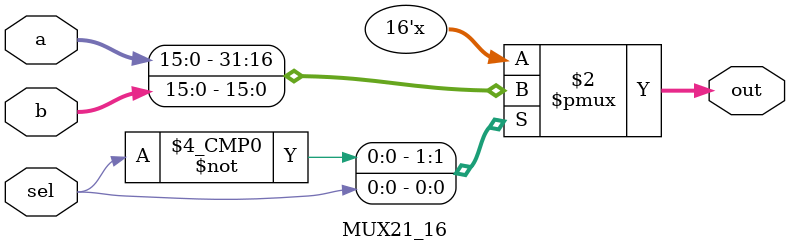
<source format=v>
module MUX21_16(out,sel,a,b);
  output[15:0] out;
  input[15:0] a,b;
  input sel;
  reg [15:0] out;

  always@(sel or a or b)
      case(sel)
          1'b0: out=a;
          1'b1: out=b;          
      endcase
endmodule
</source>
